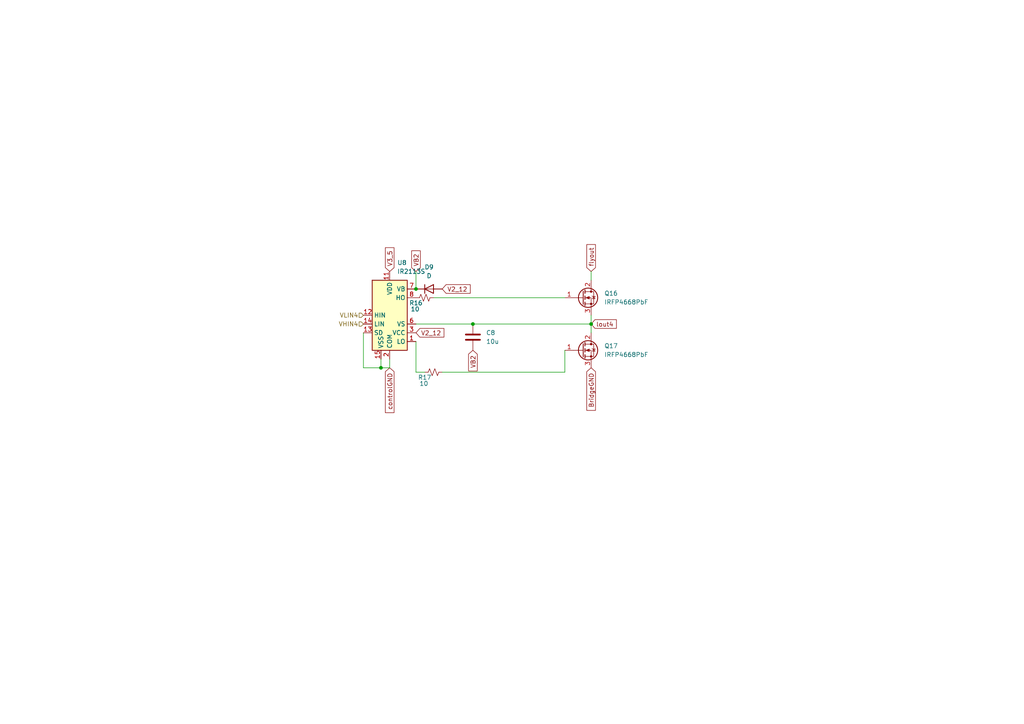
<source format=kicad_sch>
(kicad_sch
	(version 20231120)
	(generator "eeschema")
	(generator_version "8.0")
	(uuid "21237642-0fb2-4c9d-9a79-a382abbf03e9")
	(paper "A4")
	(lib_symbols
		(symbol "Device:C"
			(pin_numbers hide)
			(pin_names
				(offset 0.254)
			)
			(exclude_from_sim no)
			(in_bom yes)
			(on_board yes)
			(property "Reference" "C"
				(at 0.635 2.54 0)
				(effects
					(font
						(size 1.27 1.27)
					)
					(justify left)
				)
			)
			(property "Value" "C"
				(at 0.635 -2.54 0)
				(effects
					(font
						(size 1.27 1.27)
					)
					(justify left)
				)
			)
			(property "Footprint" ""
				(at 0.9652 -3.81 0)
				(effects
					(font
						(size 1.27 1.27)
					)
					(hide yes)
				)
			)
			(property "Datasheet" "~"
				(at 0 0 0)
				(effects
					(font
						(size 1.27 1.27)
					)
					(hide yes)
				)
			)
			(property "Description" "Unpolarized capacitor"
				(at 0 0 0)
				(effects
					(font
						(size 1.27 1.27)
					)
					(hide yes)
				)
			)
			(property "ki_keywords" "cap capacitor"
				(at 0 0 0)
				(effects
					(font
						(size 1.27 1.27)
					)
					(hide yes)
				)
			)
			(property "ki_fp_filters" "C_*"
				(at 0 0 0)
				(effects
					(font
						(size 1.27 1.27)
					)
					(hide yes)
				)
			)
			(symbol "C_0_1"
				(polyline
					(pts
						(xy -2.032 -0.762) (xy 2.032 -0.762)
					)
					(stroke
						(width 0.508)
						(type default)
					)
					(fill
						(type none)
					)
				)
				(polyline
					(pts
						(xy -2.032 0.762) (xy 2.032 0.762)
					)
					(stroke
						(width 0.508)
						(type default)
					)
					(fill
						(type none)
					)
				)
			)
			(symbol "C_1_1"
				(pin passive line
					(at 0 3.81 270)
					(length 2.794)
					(name "~"
						(effects
							(font
								(size 1.27 1.27)
							)
						)
					)
					(number "1"
						(effects
							(font
								(size 1.27 1.27)
							)
						)
					)
				)
				(pin passive line
					(at 0 -3.81 90)
					(length 2.794)
					(name "~"
						(effects
							(font
								(size 1.27 1.27)
							)
						)
					)
					(number "2"
						(effects
							(font
								(size 1.27 1.27)
							)
						)
					)
				)
			)
		)
		(symbol "Device:D"
			(pin_numbers hide)
			(pin_names
				(offset 1.016) hide)
			(exclude_from_sim no)
			(in_bom yes)
			(on_board yes)
			(property "Reference" "D"
				(at 0 2.54 0)
				(effects
					(font
						(size 1.27 1.27)
					)
				)
			)
			(property "Value" "D"
				(at 0 -2.54 0)
				(effects
					(font
						(size 1.27 1.27)
					)
				)
			)
			(property "Footprint" ""
				(at 0 0 0)
				(effects
					(font
						(size 1.27 1.27)
					)
					(hide yes)
				)
			)
			(property "Datasheet" "~"
				(at 0 0 0)
				(effects
					(font
						(size 1.27 1.27)
					)
					(hide yes)
				)
			)
			(property "Description" "Diode"
				(at 0 0 0)
				(effects
					(font
						(size 1.27 1.27)
					)
					(hide yes)
				)
			)
			(property "Sim.Device" "D"
				(at 0 0 0)
				(effects
					(font
						(size 1.27 1.27)
					)
					(hide yes)
				)
			)
			(property "Sim.Pins" "1=K 2=A"
				(at 0 0 0)
				(effects
					(font
						(size 1.27 1.27)
					)
					(hide yes)
				)
			)
			(property "ki_keywords" "diode"
				(at 0 0 0)
				(effects
					(font
						(size 1.27 1.27)
					)
					(hide yes)
				)
			)
			(property "ki_fp_filters" "TO-???* *_Diode_* *SingleDiode* D_*"
				(at 0 0 0)
				(effects
					(font
						(size 1.27 1.27)
					)
					(hide yes)
				)
			)
			(symbol "D_0_1"
				(polyline
					(pts
						(xy -1.27 1.27) (xy -1.27 -1.27)
					)
					(stroke
						(width 0.254)
						(type default)
					)
					(fill
						(type none)
					)
				)
				(polyline
					(pts
						(xy 1.27 0) (xy -1.27 0)
					)
					(stroke
						(width 0)
						(type default)
					)
					(fill
						(type none)
					)
				)
				(polyline
					(pts
						(xy 1.27 1.27) (xy 1.27 -1.27) (xy -1.27 0) (xy 1.27 1.27)
					)
					(stroke
						(width 0.254)
						(type default)
					)
					(fill
						(type none)
					)
				)
			)
			(symbol "D_1_1"
				(pin passive line
					(at -3.81 0 0)
					(length 2.54)
					(name "K"
						(effects
							(font
								(size 1.27 1.27)
							)
						)
					)
					(number "1"
						(effects
							(font
								(size 1.27 1.27)
							)
						)
					)
				)
				(pin passive line
					(at 3.81 0 180)
					(length 2.54)
					(name "A"
						(effects
							(font
								(size 1.27 1.27)
							)
						)
					)
					(number "2"
						(effects
							(font
								(size 1.27 1.27)
							)
						)
					)
				)
			)
		)
		(symbol "Device:R_Small_US"
			(pin_numbers hide)
			(pin_names
				(offset 0.254) hide)
			(exclude_from_sim no)
			(in_bom yes)
			(on_board yes)
			(property "Reference" "R"
				(at 0.762 0.508 0)
				(effects
					(font
						(size 1.27 1.27)
					)
					(justify left)
				)
			)
			(property "Value" "R_Small_US"
				(at 0.762 -1.016 0)
				(effects
					(font
						(size 1.27 1.27)
					)
					(justify left)
				)
			)
			(property "Footprint" ""
				(at 0 0 0)
				(effects
					(font
						(size 1.27 1.27)
					)
					(hide yes)
				)
			)
			(property "Datasheet" "~"
				(at 0 0 0)
				(effects
					(font
						(size 1.27 1.27)
					)
					(hide yes)
				)
			)
			(property "Description" "Resistor, small US symbol"
				(at 0 0 0)
				(effects
					(font
						(size 1.27 1.27)
					)
					(hide yes)
				)
			)
			(property "ki_keywords" "r resistor"
				(at 0 0 0)
				(effects
					(font
						(size 1.27 1.27)
					)
					(hide yes)
				)
			)
			(property "ki_fp_filters" "R_*"
				(at 0 0 0)
				(effects
					(font
						(size 1.27 1.27)
					)
					(hide yes)
				)
			)
			(symbol "R_Small_US_1_1"
				(polyline
					(pts
						(xy 0 0) (xy 1.016 -0.381) (xy 0 -0.762) (xy -1.016 -1.143) (xy 0 -1.524)
					)
					(stroke
						(width 0)
						(type default)
					)
					(fill
						(type none)
					)
				)
				(polyline
					(pts
						(xy 0 1.524) (xy 1.016 1.143) (xy 0 0.762) (xy -1.016 0.381) (xy 0 0)
					)
					(stroke
						(width 0)
						(type default)
					)
					(fill
						(type none)
					)
				)
				(pin passive line
					(at 0 2.54 270)
					(length 1.016)
					(name "~"
						(effects
							(font
								(size 1.27 1.27)
							)
						)
					)
					(number "1"
						(effects
							(font
								(size 1.27 1.27)
							)
						)
					)
				)
				(pin passive line
					(at 0 -2.54 90)
					(length 1.016)
					(name "~"
						(effects
							(font
								(size 1.27 1.27)
							)
						)
					)
					(number "2"
						(effects
							(font
								(size 1.27 1.27)
							)
						)
					)
				)
			)
		)
		(symbol "Driver_FET:IR2113S"
			(exclude_from_sim no)
			(in_bom yes)
			(on_board yes)
			(property "Reference" "U"
				(at 1.27 13.335 0)
				(effects
					(font
						(size 1.27 1.27)
					)
					(justify left)
				)
			)
			(property "Value" "IR2113S"
				(at 1.27 11.43 0)
				(effects
					(font
						(size 1.27 1.27)
					)
					(justify left)
				)
			)
			(property "Footprint" "Package_SO:SOIC-16W_7.5x10.3mm_P1.27mm"
				(at 0 0 0)
				(effects
					(font
						(size 1.27 1.27)
						(italic yes)
					)
					(hide yes)
				)
			)
			(property "Datasheet" "https://www.infineon.com/dgdl/ir2110.pdf?fileId=5546d462533600a4015355c80333167e"
				(at 0 0 0)
				(effects
					(font
						(size 1.27 1.27)
					)
					(hide yes)
				)
			)
			(property "Description" "High and Low Side Driver, 500V, 2.0/2.0A, SOIC-16W"
				(at 0 0 0)
				(effects
					(font
						(size 1.27 1.27)
					)
					(hide yes)
				)
			)
			(property "ki_keywords" "Gate Driver"
				(at 0 0 0)
				(effects
					(font
						(size 1.27 1.27)
					)
					(hide yes)
				)
			)
			(property "ki_fp_filters" "SOIC*7.5x10.3mm*P1.27mm*"
				(at 0 0 0)
				(effects
					(font
						(size 1.27 1.27)
					)
					(hide yes)
				)
			)
			(symbol "IR2113S_0_1"
				(rectangle
					(start -5.08 -10.16)
					(end 5.08 10.16)
					(stroke
						(width 0.254)
						(type default)
					)
					(fill
						(type background)
					)
				)
			)
			(symbol "IR2113S_1_1"
				(pin output line
					(at 7.62 -7.62 180)
					(length 2.54)
					(name "LO"
						(effects
							(font
								(size 1.27 1.27)
							)
						)
					)
					(number "1"
						(effects
							(font
								(size 1.27 1.27)
							)
						)
					)
				)
				(pin no_connect line
					(at 5.08 2.54 180)
					(length 2.54) hide
					(name "NC"
						(effects
							(font
								(size 1.27 1.27)
							)
						)
					)
					(number "10"
						(effects
							(font
								(size 1.27 1.27)
							)
						)
					)
				)
				(pin power_in line
					(at 0 12.7 270)
					(length 2.54)
					(name "VDD"
						(effects
							(font
								(size 1.27 1.27)
							)
						)
					)
					(number "11"
						(effects
							(font
								(size 1.27 1.27)
							)
						)
					)
				)
				(pin input line
					(at -7.62 0 0)
					(length 2.54)
					(name "HIN"
						(effects
							(font
								(size 1.27 1.27)
							)
						)
					)
					(number "12"
						(effects
							(font
								(size 1.27 1.27)
							)
						)
					)
				)
				(pin input line
					(at -7.62 -5.08 0)
					(length 2.54)
					(name "SD"
						(effects
							(font
								(size 1.27 1.27)
							)
						)
					)
					(number "13"
						(effects
							(font
								(size 1.27 1.27)
							)
						)
					)
				)
				(pin input line
					(at -7.62 -2.54 0)
					(length 2.54)
					(name "LIN"
						(effects
							(font
								(size 1.27 1.27)
							)
						)
					)
					(number "14"
						(effects
							(font
								(size 1.27 1.27)
							)
						)
					)
				)
				(pin power_in line
					(at -2.54 -12.7 90)
					(length 2.54)
					(name "VSS"
						(effects
							(font
								(size 1.27 1.27)
							)
						)
					)
					(number "15"
						(effects
							(font
								(size 1.27 1.27)
							)
						)
					)
				)
				(pin no_connect line
					(at 5.08 0 180)
					(length 2.54) hide
					(name "NC"
						(effects
							(font
								(size 1.27 1.27)
							)
						)
					)
					(number "16"
						(effects
							(font
								(size 1.27 1.27)
							)
						)
					)
				)
				(pin power_in line
					(at 0 -12.7 90)
					(length 2.54)
					(name "COM"
						(effects
							(font
								(size 1.27 1.27)
							)
						)
					)
					(number "2"
						(effects
							(font
								(size 1.27 1.27)
							)
						)
					)
				)
				(pin power_in line
					(at 7.62 -5.08 180)
					(length 2.54)
					(name "VCC"
						(effects
							(font
								(size 1.27 1.27)
							)
						)
					)
					(number "3"
						(effects
							(font
								(size 1.27 1.27)
							)
						)
					)
				)
				(pin no_connect line
					(at -5.08 7.62 0)
					(length 2.54) hide
					(name "NC"
						(effects
							(font
								(size 1.27 1.27)
							)
						)
					)
					(number "4"
						(effects
							(font
								(size 1.27 1.27)
							)
						)
					)
				)
				(pin no_connect line
					(at -5.08 5.08 0)
					(length 2.54) hide
					(name "NC"
						(effects
							(font
								(size 1.27 1.27)
							)
						)
					)
					(number "5"
						(effects
							(font
								(size 1.27 1.27)
							)
						)
					)
				)
				(pin passive line
					(at 7.62 -2.54 180)
					(length 2.54)
					(name "VS"
						(effects
							(font
								(size 1.27 1.27)
							)
						)
					)
					(number "6"
						(effects
							(font
								(size 1.27 1.27)
							)
						)
					)
				)
				(pin passive line
					(at 7.62 7.62 180)
					(length 2.54)
					(name "VB"
						(effects
							(font
								(size 1.27 1.27)
							)
						)
					)
					(number "7"
						(effects
							(font
								(size 1.27 1.27)
							)
						)
					)
				)
				(pin output line
					(at 7.62 5.08 180)
					(length 2.54)
					(name "HO"
						(effects
							(font
								(size 1.27 1.27)
							)
						)
					)
					(number "8"
						(effects
							(font
								(size 1.27 1.27)
							)
						)
					)
				)
				(pin no_connect line
					(at -5.08 2.54 0)
					(length 2.54) hide
					(name "NC"
						(effects
							(font
								(size 1.27 1.27)
							)
						)
					)
					(number "9"
						(effects
							(font
								(size 1.27 1.27)
							)
						)
					)
				)
			)
		)
		(symbol "Transistor_FET:IRFP4668PbF"
			(pin_names hide)
			(exclude_from_sim no)
			(in_bom yes)
			(on_board yes)
			(property "Reference" "Q"
				(at 5.08 1.905 0)
				(effects
					(font
						(size 1.27 1.27)
					)
					(justify left)
				)
			)
			(property "Value" "IRFP4668PbF"
				(at 5.08 0 0)
				(effects
					(font
						(size 1.27 1.27)
					)
					(justify left)
				)
			)
			(property "Footprint" "Package_TO_SOT_THT:TO-247-3_Vertical"
				(at 5.08 -1.905 0)
				(effects
					(font
						(size 1.27 1.27)
						(italic yes)
					)
					(justify left)
					(hide yes)
				)
			)
			(property "Datasheet" "https://www.infineon.com/dgdl/irfp4668pbf.pdf?fileId=5546d462533600a40153562c8528201d"
				(at 5.08 -3.81 0)
				(effects
					(font
						(size 1.27 1.27)
					)
					(justify left)
					(hide yes)
				)
			)
			(property "Description" "130A Id, 200V Vds, N-Channel Power MOSFET, TO-247"
				(at 0 0 0)
				(effects
					(font
						(size 1.27 1.27)
					)
					(hide yes)
				)
			)
			(property "ki_keywords" "N-Channel Power MOSFET"
				(at 0 0 0)
				(effects
					(font
						(size 1.27 1.27)
					)
					(hide yes)
				)
			)
			(property "ki_fp_filters" "TO?247*"
				(at 0 0 0)
				(effects
					(font
						(size 1.27 1.27)
					)
					(hide yes)
				)
			)
			(symbol "IRFP4668PbF_0_1"
				(polyline
					(pts
						(xy 0.254 0) (xy -2.54 0)
					)
					(stroke
						(width 0)
						(type default)
					)
					(fill
						(type none)
					)
				)
				(polyline
					(pts
						(xy 0.254 1.905) (xy 0.254 -1.905)
					)
					(stroke
						(width 0.254)
						(type default)
					)
					(fill
						(type none)
					)
				)
				(polyline
					(pts
						(xy 0.762 -1.27) (xy 0.762 -2.286)
					)
					(stroke
						(width 0.254)
						(type default)
					)
					(fill
						(type none)
					)
				)
				(polyline
					(pts
						(xy 0.762 0.508) (xy 0.762 -0.508)
					)
					(stroke
						(width 0.254)
						(type default)
					)
					(fill
						(type none)
					)
				)
				(polyline
					(pts
						(xy 0.762 2.286) (xy 0.762 1.27)
					)
					(stroke
						(width 0.254)
						(type default)
					)
					(fill
						(type none)
					)
				)
				(polyline
					(pts
						(xy 2.54 2.54) (xy 2.54 1.778)
					)
					(stroke
						(width 0)
						(type default)
					)
					(fill
						(type none)
					)
				)
				(polyline
					(pts
						(xy 2.54 -2.54) (xy 2.54 0) (xy 0.762 0)
					)
					(stroke
						(width 0)
						(type default)
					)
					(fill
						(type none)
					)
				)
				(polyline
					(pts
						(xy 0.762 -1.778) (xy 3.302 -1.778) (xy 3.302 1.778) (xy 0.762 1.778)
					)
					(stroke
						(width 0)
						(type default)
					)
					(fill
						(type none)
					)
				)
				(polyline
					(pts
						(xy 1.016 0) (xy 2.032 0.381) (xy 2.032 -0.381) (xy 1.016 0)
					)
					(stroke
						(width 0)
						(type default)
					)
					(fill
						(type outline)
					)
				)
				(polyline
					(pts
						(xy 2.794 0.508) (xy 2.921 0.381) (xy 3.683 0.381) (xy 3.81 0.254)
					)
					(stroke
						(width 0)
						(type default)
					)
					(fill
						(type none)
					)
				)
				(polyline
					(pts
						(xy 3.302 0.381) (xy 2.921 -0.254) (xy 3.683 -0.254) (xy 3.302 0.381)
					)
					(stroke
						(width 0)
						(type default)
					)
					(fill
						(type none)
					)
				)
				(circle
					(center 1.651 0)
					(radius 2.794)
					(stroke
						(width 0.254)
						(type default)
					)
					(fill
						(type none)
					)
				)
				(circle
					(center 2.54 -1.778)
					(radius 0.254)
					(stroke
						(width 0)
						(type default)
					)
					(fill
						(type outline)
					)
				)
				(circle
					(center 2.54 1.778)
					(radius 0.254)
					(stroke
						(width 0)
						(type default)
					)
					(fill
						(type outline)
					)
				)
			)
			(symbol "IRFP4668PbF_1_1"
				(pin input line
					(at -5.08 0 0)
					(length 2.54)
					(name "G"
						(effects
							(font
								(size 1.27 1.27)
							)
						)
					)
					(number "1"
						(effects
							(font
								(size 1.27 1.27)
							)
						)
					)
				)
				(pin passive line
					(at 2.54 5.08 270)
					(length 2.54)
					(name "D"
						(effects
							(font
								(size 1.27 1.27)
							)
						)
					)
					(number "2"
						(effects
							(font
								(size 1.27 1.27)
							)
						)
					)
				)
				(pin passive line
					(at 2.54 -5.08 90)
					(length 2.54)
					(name "S"
						(effects
							(font
								(size 1.27 1.27)
							)
						)
					)
					(number "3"
						(effects
							(font
								(size 1.27 1.27)
							)
						)
					)
				)
			)
		)
	)
	(junction
		(at 171.45 93.98)
		(diameter 0)
		(color 0 0 0 0)
		(uuid "15b1fed1-58e2-405b-a198-7b28085cfea2")
	)
	(junction
		(at 110.49 106.68)
		(diameter 0)
		(color 0 0 0 0)
		(uuid "a19fc2a4-241e-436b-b69c-bc1740731a05")
	)
	(junction
		(at 137.16 93.98)
		(diameter 0)
		(color 0 0 0 0)
		(uuid "c5e337ac-f9f0-4931-baed-72733ddc1ca0")
	)
	(junction
		(at 120.65 83.82)
		(diameter 0)
		(color 0 0 0 0)
		(uuid "db9676fa-aa37-4334-b7a7-89ede034fbb1")
	)
	(wire
		(pts
			(xy 171.45 93.98) (xy 171.45 96.52)
		)
		(stroke
			(width 0)
			(type default)
		)
		(uuid "18554665-7d02-4023-bff7-9e7ac1340171")
	)
	(wire
		(pts
			(xy 110.49 104.14) (xy 110.49 106.68)
		)
		(stroke
			(width 0)
			(type default)
		)
		(uuid "22581ada-d0ac-42b0-9f8a-8bc65fe5a4c7")
	)
	(wire
		(pts
			(xy 171.45 78.74) (xy 171.45 81.28)
		)
		(stroke
			(width 0)
			(type default)
		)
		(uuid "25014055-9ac3-4e58-8892-64b1dde409c2")
	)
	(wire
		(pts
			(xy 163.83 107.95) (xy 163.83 101.6)
		)
		(stroke
			(width 0)
			(type default)
		)
		(uuid "3780d0c5-d686-4d63-ac54-e9f8f065f6fc")
	)
	(wire
		(pts
			(xy 120.65 93.98) (xy 137.16 93.98)
		)
		(stroke
			(width 0)
			(type default)
		)
		(uuid "395bd278-c4ac-4993-916b-db18b2bc568e")
	)
	(wire
		(pts
			(xy 110.49 106.68) (xy 113.03 106.68)
		)
		(stroke
			(width 0)
			(type default)
		)
		(uuid "3f6e1126-118b-45d6-b721-81e95faa1100")
	)
	(wire
		(pts
			(xy 105.41 106.68) (xy 110.49 106.68)
		)
		(stroke
			(width 0)
			(type default)
		)
		(uuid "4e8d4f51-104a-451f-93f7-a3b42f0ea153")
	)
	(wire
		(pts
			(xy 120.65 107.95) (xy 123.19 107.95)
		)
		(stroke
			(width 0)
			(type default)
		)
		(uuid "52cb495b-3d42-485a-82cb-4e29cb6b156d")
	)
	(wire
		(pts
			(xy 137.16 93.98) (xy 171.45 93.98)
		)
		(stroke
			(width 0)
			(type default)
		)
		(uuid "6c46fa4b-9c68-407b-a332-68eee2143381")
	)
	(wire
		(pts
			(xy 120.65 99.06) (xy 120.65 107.95)
		)
		(stroke
			(width 0)
			(type default)
		)
		(uuid "7aed5f51-ffa0-4ded-a470-db42f8ca8ca7")
	)
	(wire
		(pts
			(xy 105.41 96.52) (xy 105.41 106.68)
		)
		(stroke
			(width 0)
			(type default)
		)
		(uuid "8a9297be-8ce2-4020-bdef-5d3808e3ec33")
	)
	(wire
		(pts
			(xy 120.65 78.74) (xy 120.65 83.82)
		)
		(stroke
			(width 0)
			(type default)
		)
		(uuid "9f986cf4-782d-4db9-b4fa-dd95dfacf37e")
	)
	(wire
		(pts
			(xy 128.27 107.95) (xy 163.83 107.95)
		)
		(stroke
			(width 0)
			(type default)
		)
		(uuid "bf92dc03-c9ae-4a24-8480-5e9c2b5060e7")
	)
	(wire
		(pts
			(xy 113.03 106.68) (xy 113.03 104.14)
		)
		(stroke
			(width 0)
			(type default)
		)
		(uuid "ca4638bc-e15b-4e1f-8ba6-a567dd58a9ac")
	)
	(wire
		(pts
			(xy 171.45 91.44) (xy 171.45 93.98)
		)
		(stroke
			(width 0)
			(type default)
		)
		(uuid "dee7d5a5-8cfe-445a-ab67-8f7226ca53a2")
	)
	(wire
		(pts
			(xy 125.73 86.36) (xy 163.83 86.36)
		)
		(stroke
			(width 0)
			(type default)
		)
		(uuid "e177dbce-0ee9-4455-b7e9-3e2e478b09ea")
	)
	(global_label "V2_12"
		(shape input)
		(at 120.65 96.52 0)
		(fields_autoplaced yes)
		(effects
			(font
				(size 1.27 1.27)
			)
			(justify left)
		)
		(uuid "237ac23d-6930-4ae5-9715-3ad2de85c7a9")
		(property "Intersheetrefs" "${INTERSHEET_REFS}"
			(at 129.3199 96.52 0)
			(effects
				(font
					(size 1.27 1.27)
				)
				(justify left)
				(hide yes)
			)
		)
	)
	(global_label "VB2"
		(shape input)
		(at 120.65 78.74 90)
		(fields_autoplaced yes)
		(effects
			(font
				(size 1.27 1.27)
			)
			(justify left)
		)
		(uuid "420a98b8-3497-41ed-8fbe-0dba67fbd014")
		(property "Intersheetrefs" "${INTERSHEET_REFS}"
			(at 120.65 72.1867 90)
			(effects
				(font
					(size 1.27 1.27)
				)
				(justify left)
				(hide yes)
			)
		)
	)
	(global_label "lout4"
		(shape input)
		(at 171.45 93.98 0)
		(fields_autoplaced yes)
		(effects
			(font
				(size 1.27 1.27)
			)
			(justify left)
		)
		(uuid "6dcb1396-f795-4bad-b517-8b101deb9aee")
		(property "Intersheetrefs" "${INTERSHEET_REFS}"
			(at 179.3336 93.98 0)
			(effects
				(font
					(size 1.27 1.27)
				)
				(justify left)
				(hide yes)
			)
		)
	)
	(global_label "VB2"
		(shape input)
		(at 137.16 101.6 270)
		(fields_autoplaced yes)
		(effects
			(font
				(size 1.27 1.27)
			)
			(justify right)
		)
		(uuid "756e2027-5868-4226-a198-e6eb0fd2597e")
		(property "Intersheetrefs" "${INTERSHEET_REFS}"
			(at 137.16 108.1533 90)
			(effects
				(font
					(size 1.27 1.27)
				)
				(justify right)
				(hide yes)
			)
		)
	)
	(global_label "flyout"
		(shape input)
		(at 171.45 78.74 90)
		(fields_autoplaced yes)
		(effects
			(font
				(size 1.27 1.27)
			)
			(justify left)
		)
		(uuid "b9734a11-bd68-4103-82e6-b5095d22e388")
		(property "Intersheetrefs" "${INTERSHEET_REFS}"
			(at 171.45 70.3726 90)
			(effects
				(font
					(size 1.27 1.27)
				)
				(justify left)
				(hide yes)
			)
		)
	)
	(global_label "V3_5"
		(shape input)
		(at 113.03 78.74 90)
		(fields_autoplaced yes)
		(effects
			(font
				(size 1.27 1.27)
			)
			(justify left)
		)
		(uuid "c7a26e2d-d161-49de-a830-b21faace8ef6")
		(property "Intersheetrefs" "${INTERSHEET_REFS}"
			(at 113.03 71.2796 90)
			(effects
				(font
					(size 1.27 1.27)
				)
				(justify left)
				(hide yes)
			)
		)
	)
	(global_label "BridgeGND"
		(shape input)
		(at 171.45 106.68 270)
		(fields_autoplaced yes)
		(effects
			(font
				(size 1.27 1.27)
			)
			(justify right)
		)
		(uuid "e3f91c75-e0f1-4ade-89b2-42d3256ae632")
		(property "Intersheetrefs" "${INTERSHEET_REFS}"
			(at 171.45 119.5833 90)
			(effects
				(font
					(size 1.27 1.27)
				)
				(justify right)
				(hide yes)
			)
		)
	)
	(global_label "controlGND"
		(shape input)
		(at 113.03 106.68 270)
		(fields_autoplaced yes)
		(effects
			(font
				(size 1.27 1.27)
			)
			(justify right)
		)
		(uuid "eaae5944-bfb9-4f27-98e9-e7c566411aac")
		(property "Intersheetrefs" "${INTERSHEET_REFS}"
			(at 113.03 120.2484 90)
			(effects
				(font
					(size 1.27 1.27)
				)
				(justify right)
				(hide yes)
			)
		)
	)
	(global_label "V2_12"
		(shape input)
		(at 128.27 83.82 0)
		(fields_autoplaced yes)
		(effects
			(font
				(size 1.27 1.27)
			)
			(justify left)
		)
		(uuid "ee3e5faf-fe25-43ee-9172-cc55422f9605")
		(property "Intersheetrefs" "${INTERSHEET_REFS}"
			(at 136.9399 83.82 0)
			(effects
				(font
					(size 1.27 1.27)
				)
				(justify left)
				(hide yes)
			)
		)
	)
	(hierarchical_label "VHIN4"
		(shape input)
		(at 105.41 93.98 180)
		(fields_autoplaced yes)
		(effects
			(font
				(size 1.27 1.27)
			)
			(justify right)
		)
		(uuid "76204430-bda4-4e84-8781-d3b053120039")
	)
	(hierarchical_label "VLIN4"
		(shape input)
		(at 105.41 91.44 180)
		(fields_autoplaced yes)
		(effects
			(font
				(size 1.27 1.27)
			)
			(justify right)
		)
		(uuid "b684878d-fd26-4bac-8ad6-fa21bfaef5b0")
	)
	(symbol
		(lib_id "Transistor_FET:IRFP4668PbF")
		(at 168.91 86.36 0)
		(unit 1)
		(exclude_from_sim no)
		(in_bom yes)
		(on_board yes)
		(dnp no)
		(fields_autoplaced yes)
		(uuid "2a8f2b07-bb3a-49a0-a385-21aea4831431")
		(property "Reference" "Q16"
			(at 175.26 85.0899 0)
			(effects
				(font
					(size 1.27 1.27)
				)
				(justify left)
			)
		)
		(property "Value" "IRFP4668PbF"
			(at 175.26 87.6299 0)
			(effects
				(font
					(size 1.27 1.27)
				)
				(justify left)
			)
		)
		(property "Footprint" "Package_TO_SOT_SMD:SC-59_Handsoldering"
			(at 173.99 88.265 0)
			(effects
				(font
					(size 1.27 1.27)
					(italic yes)
				)
				(justify left)
				(hide yes)
			)
		)
		(property "Datasheet" "https://www.infineon.com/dgdl/irfp4668pbf.pdf?fileId=5546d462533600a40153562c8528201d"
			(at 173.99 90.17 0)
			(effects
				(font
					(size 1.27 1.27)
				)
				(justify left)
				(hide yes)
			)
		)
		(property "Description" "130A Id, 200V Vds, N-Channel Power MOSFET, TO-247"
			(at 168.91 86.36 0)
			(effects
				(font
					(size 1.27 1.27)
				)
				(hide yes)
			)
		)
		(pin "1"
			(uuid "e0fc046a-0e26-48c0-8735-582f5485b914")
		)
		(pin "2"
			(uuid "c474e27d-337a-4f13-965a-f020fac772f2")
		)
		(pin "3"
			(uuid "5905e554-2498-4cac-8693-2f64deec5e78")
		)
		(instances
			(project ""
				(path "/edf94242-0cdc-4580-8fae-fd56a0fef1a3/42a2339c-41c5-4928-9deb-9cade6f0c631/cf17f233-146b-4223-b09c-79edacdc7e67"
					(reference "Q16")
					(unit 1)
				)
			)
		)
	)
	(symbol
		(lib_id "Device:R_Small_US")
		(at 125.73 107.95 90)
		(unit 1)
		(exclude_from_sim no)
		(in_bom yes)
		(on_board yes)
		(dnp no)
		(uuid "8574b378-f443-449a-82b3-9696c0272b06")
		(property "Reference" "R17"
			(at 123.19 109.474 90)
			(effects
				(font
					(size 1.27 1.27)
				)
			)
		)
		(property "Value" "10"
			(at 122.936 111.252 90)
			(effects
				(font
					(size 1.27 1.27)
				)
			)
		)
		(property "Footprint" "Resistor_SMD:R_01005_0402Metric"
			(at 125.73 107.95 0)
			(effects
				(font
					(size 1.27 1.27)
				)
				(hide yes)
			)
		)
		(property "Datasheet" "~"
			(at 125.73 107.95 0)
			(effects
				(font
					(size 1.27 1.27)
				)
				(hide yes)
			)
		)
		(property "Description" "Resistor, small US symbol"
			(at 125.73 107.95 0)
			(effects
				(font
					(size 1.27 1.27)
				)
				(hide yes)
			)
		)
		(pin "2"
			(uuid "b0be22ff-d9c3-4545-81bb-13b100bfb456")
		)
		(pin "1"
			(uuid "5b3e2fe5-bd2f-45de-bd7a-83a1556fe752")
		)
		(instances
			(project ""
				(path "/edf94242-0cdc-4580-8fae-fd56a0fef1a3/42a2339c-41c5-4928-9deb-9cade6f0c631/cf17f233-146b-4223-b09c-79edacdc7e67"
					(reference "R17")
					(unit 1)
				)
			)
		)
	)
	(symbol
		(lib_id "Device:D")
		(at 124.46 83.82 0)
		(unit 1)
		(exclude_from_sim no)
		(in_bom yes)
		(on_board yes)
		(dnp no)
		(fields_autoplaced yes)
		(uuid "b3b023b3-ccf4-452e-8cdf-0532f4f8f418")
		(property "Reference" "D9"
			(at 124.46 77.47 0)
			(effects
				(font
					(size 1.27 1.27)
				)
			)
		)
		(property "Value" "D"
			(at 124.46 80.01 0)
			(effects
				(font
					(size 1.27 1.27)
				)
			)
		)
		(property "Footprint" "Diode_SMD:D_1206_3216Metric_Pad1.42x1.75mm_HandSolder"
			(at 124.46 83.82 0)
			(effects
				(font
					(size 1.27 1.27)
				)
				(hide yes)
			)
		)
		(property "Datasheet" "~"
			(at 124.46 83.82 0)
			(effects
				(font
					(size 1.27 1.27)
				)
				(hide yes)
			)
		)
		(property "Description" "Diode"
			(at 124.46 83.82 0)
			(effects
				(font
					(size 1.27 1.27)
				)
				(hide yes)
			)
		)
		(property "Sim.Device" "D"
			(at 124.46 83.82 0)
			(effects
				(font
					(size 1.27 1.27)
				)
				(hide yes)
			)
		)
		(property "Sim.Pins" "1=K 2=A"
			(at 124.46 83.82 0)
			(effects
				(font
					(size 1.27 1.27)
				)
				(hide yes)
			)
		)
		(pin "1"
			(uuid "f82296f2-57a2-46ec-912e-878d6cc883ab")
		)
		(pin "2"
			(uuid "a99b5186-aae4-4ae0-8486-1c6a36c4c841")
		)
		(instances
			(project ""
				(path "/edf94242-0cdc-4580-8fae-fd56a0fef1a3/42a2339c-41c5-4928-9deb-9cade6f0c631/cf17f233-146b-4223-b09c-79edacdc7e67"
					(reference "D9")
					(unit 1)
				)
			)
		)
	)
	(symbol
		(lib_id "Device:R_Small_US")
		(at 123.19 86.36 90)
		(unit 1)
		(exclude_from_sim no)
		(in_bom yes)
		(on_board yes)
		(dnp no)
		(uuid "c99fb291-0c89-4834-900f-f90c7b83ebd1")
		(property "Reference" "R16"
			(at 120.65 87.884 90)
			(effects
				(font
					(size 1.27 1.27)
				)
			)
		)
		(property "Value" "10"
			(at 120.396 89.662 90)
			(effects
				(font
					(size 1.27 1.27)
				)
			)
		)
		(property "Footprint" "Resistor_SMD:R_01005_0402Metric"
			(at 123.19 86.36 0)
			(effects
				(font
					(size 1.27 1.27)
				)
				(hide yes)
			)
		)
		(property "Datasheet" "~"
			(at 123.19 86.36 0)
			(effects
				(font
					(size 1.27 1.27)
				)
				(hide yes)
			)
		)
		(property "Description" "Resistor, small US symbol"
			(at 123.19 86.36 0)
			(effects
				(font
					(size 1.27 1.27)
				)
				(hide yes)
			)
		)
		(pin "2"
			(uuid "ba947dcf-c697-42b8-857c-a6bbf6cd6bf3")
		)
		(pin "1"
			(uuid "5a9e1485-54a2-4c89-8158-11f05c5316d9")
		)
		(instances
			(project ""
				(path "/edf94242-0cdc-4580-8fae-fd56a0fef1a3/42a2339c-41c5-4928-9deb-9cade6f0c631/cf17f233-146b-4223-b09c-79edacdc7e67"
					(reference "R16")
					(unit 1)
				)
			)
		)
	)
	(symbol
		(lib_id "Transistor_FET:IRFP4668PbF")
		(at 168.91 101.6 0)
		(unit 1)
		(exclude_from_sim no)
		(in_bom yes)
		(on_board yes)
		(dnp no)
		(fields_autoplaced yes)
		(uuid "f1d30409-3a06-4a1a-84f6-101e4be662a5")
		(property "Reference" "Q17"
			(at 175.26 100.3299 0)
			(effects
				(font
					(size 1.27 1.27)
				)
				(justify left)
			)
		)
		(property "Value" "IRFP4668PbF"
			(at 175.26 102.8699 0)
			(effects
				(font
					(size 1.27 1.27)
				)
				(justify left)
			)
		)
		(property "Footprint" "Package_TO_SOT_SMD:SC-59_Handsoldering"
			(at 173.99 103.505 0)
			(effects
				(font
					(size 1.27 1.27)
					(italic yes)
				)
				(justify left)
				(hide yes)
			)
		)
		(property "Datasheet" "https://www.infineon.com/dgdl/irfp4668pbf.pdf?fileId=5546d462533600a40153562c8528201d"
			(at 173.99 105.41 0)
			(effects
				(font
					(size 1.27 1.27)
				)
				(justify left)
				(hide yes)
			)
		)
		(property "Description" "130A Id, 200V Vds, N-Channel Power MOSFET, TO-247"
			(at 168.91 101.6 0)
			(effects
				(font
					(size 1.27 1.27)
				)
				(hide yes)
			)
		)
		(pin "1"
			(uuid "88b015ef-4bc7-47eb-bae8-ed51e8871568")
		)
		(pin "2"
			(uuid "5c3a7572-df58-43d7-9490-16fccf3e7759")
		)
		(pin "3"
			(uuid "b7e80ea6-ea26-411e-a5fd-724947517866")
		)
		(instances
			(project ""
				(path "/edf94242-0cdc-4580-8fae-fd56a0fef1a3/42a2339c-41c5-4928-9deb-9cade6f0c631/cf17f233-146b-4223-b09c-79edacdc7e67"
					(reference "Q17")
					(unit 1)
				)
			)
		)
	)
	(symbol
		(lib_id "Device:C")
		(at 137.16 97.79 0)
		(unit 1)
		(exclude_from_sim no)
		(in_bom yes)
		(on_board yes)
		(dnp no)
		(fields_autoplaced yes)
		(uuid "f97bc231-46ba-421b-99e0-eb546c777f6d")
		(property "Reference" "C8"
			(at 140.97 96.5199 0)
			(effects
				(font
					(size 1.27 1.27)
				)
				(justify left)
			)
		)
		(property "Value" "10u"
			(at 140.97 99.0599 0)
			(effects
				(font
					(size 1.27 1.27)
				)
				(justify left)
			)
		)
		(property "Footprint" "Capacitor_SMD:C_01005_0402Metric"
			(at 138.1252 101.6 0)
			(effects
				(font
					(size 1.27 1.27)
				)
				(hide yes)
			)
		)
		(property "Datasheet" "~"
			(at 137.16 97.79 0)
			(effects
				(font
					(size 1.27 1.27)
				)
				(hide yes)
			)
		)
		(property "Description" "Unpolarized capacitor"
			(at 137.16 97.79 0)
			(effects
				(font
					(size 1.27 1.27)
				)
				(hide yes)
			)
		)
		(pin "2"
			(uuid "549b7495-8515-41be-9959-23d592898d65")
		)
		(pin "1"
			(uuid "0d51f414-c3e6-4a14-8b95-a0f8d1386527")
		)
		(instances
			(project ""
				(path "/edf94242-0cdc-4580-8fae-fd56a0fef1a3/42a2339c-41c5-4928-9deb-9cade6f0c631/cf17f233-146b-4223-b09c-79edacdc7e67"
					(reference "C8")
					(unit 1)
				)
			)
		)
	)
	(symbol
		(lib_id "Driver_FET:IR2113S")
		(at 113.03 91.44 0)
		(unit 1)
		(exclude_from_sim no)
		(in_bom yes)
		(on_board yes)
		(dnp no)
		(fields_autoplaced yes)
		(uuid "fc497c10-11e0-4a49-9532-a4040855a90a")
		(property "Reference" "U8"
			(at 115.2241 76.2 0)
			(effects
				(font
					(size 1.27 1.27)
				)
				(justify left)
			)
		)
		(property "Value" "IR2113S"
			(at 115.2241 78.74 0)
			(effects
				(font
					(size 1.27 1.27)
				)
				(justify left)
			)
		)
		(property "Footprint" "Package_SO:SOIC-16W_7.5x10.3mm_P1.27mm"
			(at 113.03 91.44 0)
			(effects
				(font
					(size 1.27 1.27)
					(italic yes)
				)
				(hide yes)
			)
		)
		(property "Datasheet" "https://www.infineon.com/dgdl/ir2110.pdf?fileId=5546d462533600a4015355c80333167e"
			(at 113.03 91.44 0)
			(effects
				(font
					(size 1.27 1.27)
				)
				(hide yes)
			)
		)
		(property "Description" "High and Low Side Driver, 500V, 2.0/2.0A, SOIC-16W"
			(at 113.03 91.44 0)
			(effects
				(font
					(size 1.27 1.27)
				)
				(hide yes)
			)
		)
		(pin "1"
			(uuid "a87b2680-6895-496c-8efe-5eac288c0bff")
		)
		(pin "6"
			(uuid "61018dba-da3f-477e-ae6f-25ea5903b9c9")
		)
		(pin "15"
			(uuid "30a9ab68-dc1b-48dc-a023-11a30d784e06")
		)
		(pin "8"
			(uuid "7fce8797-3ca3-4a5a-bb3d-117a992b9108")
		)
		(pin "9"
			(uuid "8b4ca21d-0cdc-46e6-891d-3d0cea27eb7b")
		)
		(pin "10"
			(uuid "365d69ed-73af-4630-a879-dfa15e55a1de")
		)
		(pin "7"
			(uuid "d54401e2-4961-4439-9b99-3d0638285524")
		)
		(pin "3"
			(uuid "b4d76569-d58f-4d88-a4c4-4d5082acf544")
		)
		(pin "2"
			(uuid "4cad41bb-a8b8-4f80-8767-fd958156b9bd")
		)
		(pin "11"
			(uuid "9c004469-53ee-47c8-a8a6-243fdcf8a79e")
		)
		(pin "14"
			(uuid "2ffa9931-700f-4150-a7bf-f8acc8a38812")
		)
		(pin "4"
			(uuid "9722f6be-d729-4f88-b662-6cea14a583bf")
		)
		(pin "5"
			(uuid "ea812761-9b75-469d-99c5-ab9e4dbb2527")
		)
		(pin "12"
			(uuid "53faa2cb-b4c5-4df4-ba92-04aa7e47c03e")
		)
		(pin "13"
			(uuid "6c14e4fc-1141-433a-aac2-f49247b0a553")
		)
		(pin "16"
			(uuid "b490484b-a6f3-4cf8-aab3-9664e003f254")
		)
		(instances
			(project ""
				(path "/edf94242-0cdc-4580-8fae-fd56a0fef1a3/42a2339c-41c5-4928-9deb-9cade6f0c631/cf17f233-146b-4223-b09c-79edacdc7e67"
					(reference "U8")
					(unit 1)
				)
			)
		)
	)
)

</source>
